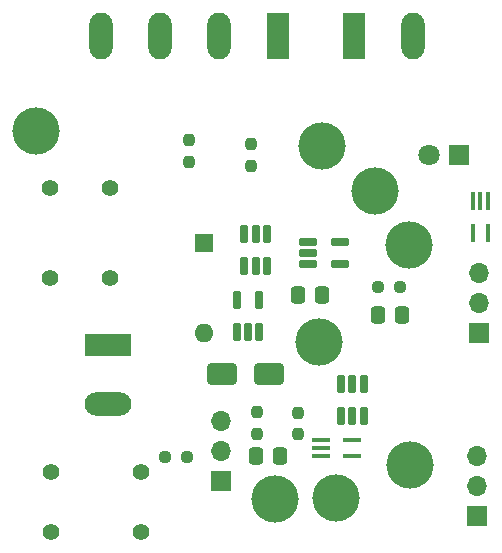
<source format=gbr>
%TF.GenerationSoftware,KiCad,Pcbnew,8.0.1*%
%TF.CreationDate,2024-05-25T07:42:12-07:00*%
%TF.ProjectId,knockControlBoard,6b6e6f63-6b43-46f6-9e74-726f6c426f61,rev?*%
%TF.SameCoordinates,Original*%
%TF.FileFunction,Soldermask,Top*%
%TF.FilePolarity,Negative*%
%FSLAX46Y46*%
G04 Gerber Fmt 4.6, Leading zero omitted, Abs format (unit mm)*
G04 Created by KiCad (PCBNEW 8.0.1) date 2024-05-25 07:42:12*
%MOMM*%
%LPD*%
G01*
G04 APERTURE LIST*
G04 Aperture macros list*
%AMRoundRect*
0 Rectangle with rounded corners*
0 $1 Rounding radius*
0 $2 $3 $4 $5 $6 $7 $8 $9 X,Y pos of 4 corners*
0 Add a 4 corners polygon primitive as box body*
4,1,4,$2,$3,$4,$5,$6,$7,$8,$9,$2,$3,0*
0 Add four circle primitives for the rounded corners*
1,1,$1+$1,$2,$3*
1,1,$1+$1,$4,$5*
1,1,$1+$1,$6,$7*
1,1,$1+$1,$8,$9*
0 Add four rect primitives between the rounded corners*
20,1,$1+$1,$2,$3,$4,$5,0*
20,1,$1+$1,$4,$5,$6,$7,0*
20,1,$1+$1,$6,$7,$8,$9,0*
20,1,$1+$1,$8,$9,$2,$3,0*%
G04 Aperture macros list end*
%ADD10RoundRect,0.162500X0.162500X-0.617500X0.162500X0.617500X-0.162500X0.617500X-0.162500X-0.617500X0*%
%ADD11RoundRect,0.237500X-0.237500X0.250000X-0.237500X-0.250000X0.237500X-0.250000X0.237500X0.250000X0*%
%ADD12RoundRect,0.250000X0.337500X0.475000X-0.337500X0.475000X-0.337500X-0.475000X0.337500X-0.475000X0*%
%ADD13C,4.000000*%
%ADD14RoundRect,0.162500X-0.617500X-0.162500X0.617500X-0.162500X0.617500X0.162500X-0.617500X0.162500X0*%
%ADD15R,1.700000X1.700000*%
%ADD16O,1.700000X1.700000*%
%ADD17R,1.600000X1.600000*%
%ADD18O,1.600000X1.600000*%
%ADD19R,3.960000X1.980000*%
%ADD20O,3.960000X1.980000*%
%ADD21C,1.397000*%
%ADD22RoundRect,0.237500X0.237500X-0.250000X0.237500X0.250000X-0.237500X0.250000X-0.237500X-0.250000X0*%
%ADD23R,1.980000X3.960000*%
%ADD24O,1.980000X3.960000*%
%ADD25RoundRect,0.100000X-0.650000X-0.100000X0.650000X-0.100000X0.650000X0.100000X-0.650000X0.100000X0*%
%ADD26RoundRect,0.250000X-0.337500X-0.475000X0.337500X-0.475000X0.337500X0.475000X-0.337500X0.475000X0*%
%ADD27RoundRect,0.100000X-0.100000X0.650000X-0.100000X-0.650000X0.100000X-0.650000X0.100000X0.650000X0*%
%ADD28R,1.800000X1.800000*%
%ADD29C,1.800000*%
%ADD30RoundRect,0.237500X0.250000X0.237500X-0.250000X0.237500X-0.250000X-0.237500X0.250000X-0.237500X0*%
%ADD31RoundRect,0.250000X-1.000000X-0.650000X1.000000X-0.650000X1.000000X0.650000X-1.000000X0.650000X0*%
%ADD32RoundRect,0.237500X-0.250000X-0.237500X0.250000X-0.237500X0.250000X0.237500X-0.250000X0.237500X0*%
G04 APERTURE END LIST*
D10*
%TO.C,U4*%
X112520000Y-104160000D03*
X113470000Y-104160000D03*
X114420000Y-104160000D03*
X114420000Y-101460000D03*
X113470000Y-101460000D03*
X112520000Y-101460000D03*
%TD*%
D11*
%TO.C,R6*%
X108870000Y-103915000D03*
X108870000Y-105740000D03*
%TD*%
D12*
%TO.C,C8*%
X117667500Y-95650000D03*
X115592500Y-95650000D03*
%TD*%
D13*
%TO.C,TP8*%
X112070000Y-111120000D03*
%TD*%
D10*
%TO.C,U5*%
X103690000Y-97060000D03*
X104640000Y-97060000D03*
X105590000Y-97060000D03*
X105590000Y-94360000D03*
X103690000Y-94360000D03*
%TD*%
D14*
%TO.C,U3*%
X109740000Y-89410000D03*
X109740000Y-90360000D03*
X109740000Y-91310000D03*
X112440000Y-91310000D03*
X112440000Y-89410000D03*
%TD*%
D13*
%TO.C,TP7*%
X106920000Y-111170000D03*
%TD*%
D15*
%TO.C,RV3*%
X102340000Y-109670000D03*
D16*
X102340000Y-107130000D03*
X102340000Y-104590000D03*
%TD*%
D13*
%TO.C,TP6*%
X115390000Y-85130000D03*
%TD*%
%TO.C,TP5*%
X118230000Y-89730000D03*
%TD*%
D17*
%TO.C,D4*%
X100890000Y-89510000D03*
D18*
X100890000Y-97130000D03*
%TD*%
D19*
%TO.C,J1*%
X92740000Y-98190000D03*
D20*
X92740000Y-103190000D03*
%TD*%
D21*
%TO.C,SW2*%
X87850000Y-92480000D03*
X87850000Y-84860000D03*
X92930000Y-92480000D03*
X92930000Y-84860000D03*
%TD*%
D22*
%TO.C,R2*%
X105420000Y-105670000D03*
X105420000Y-103845000D03*
%TD*%
D15*
%TO.C,RV2*%
X124220000Y-97190000D03*
D16*
X124220000Y-94650000D03*
X124220000Y-92110000D03*
%TD*%
D23*
%TO.C,J7*%
X107140000Y-72010000D03*
D24*
X102140000Y-72010000D03*
X97140000Y-72010000D03*
X92140000Y-72010000D03*
%TD*%
D25*
%TO.C,U1*%
X110770000Y-106230000D03*
X110770000Y-106880000D03*
X110770000Y-107530000D03*
X113430000Y-107530000D03*
X113430000Y-106230000D03*
%TD*%
D23*
%TO.C,J5*%
X113560000Y-72000000D03*
D24*
X118560000Y-72000000D03*
%TD*%
D13*
%TO.C,TP3*%
X110890000Y-81340000D03*
%TD*%
D26*
%TO.C,C1*%
X105260000Y-107540000D03*
X107335000Y-107540000D03*
%TD*%
D21*
%TO.C,SW1*%
X95590000Y-113960000D03*
X87970000Y-113960000D03*
X95590000Y-108880000D03*
X87970000Y-108880000D03*
%TD*%
D12*
%TO.C,C4*%
X110920000Y-93960000D03*
X108845000Y-93960000D03*
%TD*%
D13*
%TO.C,TP1*%
X86640000Y-80070000D03*
%TD*%
%TO.C,TP4*%
X110630000Y-97900000D03*
%TD*%
D27*
%TO.C,U6*%
X124940000Y-86012500D03*
X124290000Y-86012500D03*
X123640000Y-86012500D03*
X123640000Y-88672500D03*
X124940000Y-88672500D03*
%TD*%
D28*
%TO.C,D3*%
X122450000Y-82090000D03*
D29*
X119910000Y-82090000D03*
%TD*%
D15*
%TO.C,RV1*%
X124010000Y-112645000D03*
D16*
X124010000Y-110105000D03*
X124010000Y-107565000D03*
%TD*%
D10*
%TO.C,U2*%
X104320000Y-91440000D03*
X105270000Y-91440000D03*
X106220000Y-91440000D03*
X106220000Y-88740000D03*
X105270000Y-88740000D03*
X104320000Y-88740000D03*
%TD*%
D30*
%TO.C,R3*%
X117452500Y-93280000D03*
X115627500Y-93280000D03*
%TD*%
D13*
%TO.C,TP2*%
X118340000Y-108310000D03*
%TD*%
D31*
%TO.C,D1*%
X102430000Y-100640000D03*
X106430000Y-100640000D03*
%TD*%
D11*
%TO.C,R4*%
X104900000Y-81167500D03*
X104900000Y-82992500D03*
%TD*%
D32*
%TO.C,R1*%
X97635000Y-107640000D03*
X99460000Y-107640000D03*
%TD*%
D11*
%TO.C,R15*%
X99630000Y-80805000D03*
X99630000Y-82630000D03*
%TD*%
M02*

</source>
